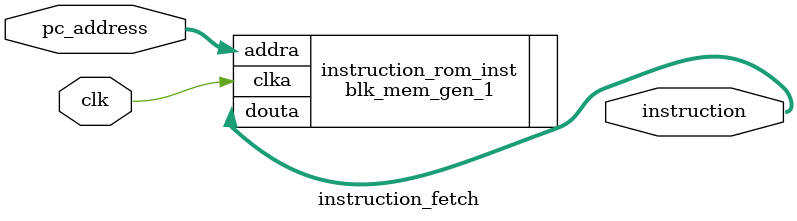
<source format=v>
module instruction_fetch(
    input  wire        clk,
    input  wire [31:0] pc_address,  
    output wire [31:0] instruction
);

    blk_mem_gen_1 instruction_rom_inst (
    .clka(clk),
    .addra(pc_address),
    .douta(instruction)
  );
endmodule
</source>
